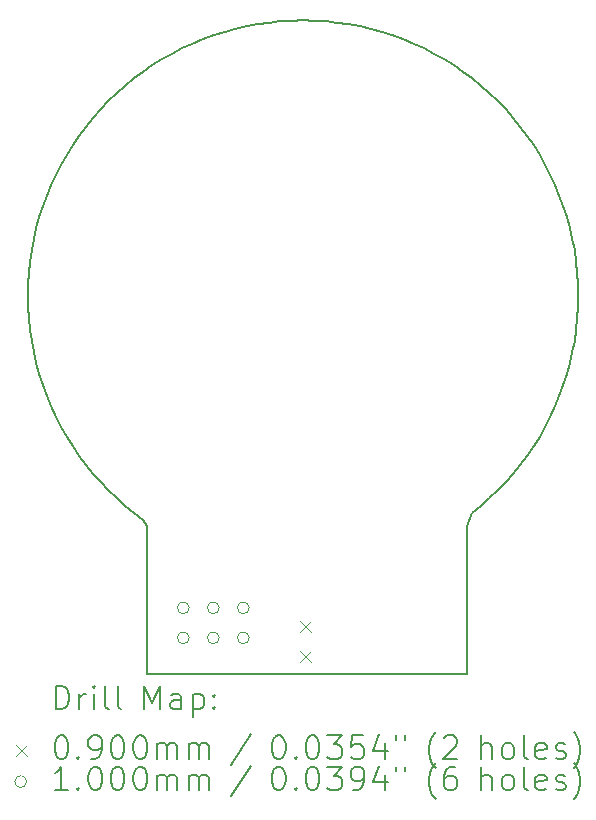
<source format=gbr>
%TF.GenerationSoftware,KiCad,Pcbnew,(6.99.0-2452-gdb4f2d9dd8)*%
%TF.CreationDate,2022-08-02T13:39:33-05:00*%
%TF.ProjectId,RB,52422e6b-6963-4616-945f-706362585858,rev?*%
%TF.SameCoordinates,Original*%
%TF.FileFunction,Drillmap*%
%TF.FilePolarity,Positive*%
%FSLAX45Y45*%
G04 Gerber Fmt 4.5, Leading zero omitted, Abs format (unit mm)*
G04 Created by KiCad (PCBNEW (6.99.0-2452-gdb4f2d9dd8)) date 2022-08-02 13:39:33*
%MOMM*%
%LPD*%
G01*
G04 APERTURE LIST*
%ADD10C,0.200000*%
%ADD11C,0.090000*%
%ADD12C,0.100000*%
G04 APERTURE END LIST*
D10*
X20796315Y-5641493D02*
X20892465Y-5647463D01*
X20988287Y-5657400D01*
X21083616Y-5671289D01*
X21178289Y-5689106D01*
X21272146Y-5710820D01*
X21365025Y-5736394D01*
X21456767Y-5765784D01*
X21547217Y-5798941D01*
X21636219Y-5835807D01*
X21723622Y-5876319D01*
X21809276Y-5920409D01*
X21893035Y-5968001D01*
X21974756Y-6019013D01*
X22054298Y-6073359D01*
X22131527Y-6130946D01*
X22206310Y-6191675D01*
X22278520Y-6255442D01*
X22348032Y-6322140D01*
X22414729Y-6391652D01*
X22478497Y-6463862D01*
X22539226Y-6538645D01*
X22596813Y-6615874D01*
X22651159Y-6695416D01*
X22702171Y-6777137D01*
X22749763Y-6860896D01*
X22793853Y-6946550D01*
X22834365Y-7033953D01*
X22871231Y-7122955D01*
X22904388Y-7213405D01*
X22933778Y-7305147D01*
X22959352Y-7398026D01*
X22981066Y-7491883D01*
X22998882Y-7586556D01*
X23012772Y-7681885D01*
X23022709Y-7777707D01*
X23028679Y-7873857D01*
X23030670Y-7970172D01*
X23028679Y-8066487D01*
X23022709Y-8162637D01*
X23012772Y-8258459D01*
X22998882Y-8353788D01*
X22981066Y-8448461D01*
X22959352Y-8542318D01*
X22933778Y-8635197D01*
X22904388Y-8726939D01*
X22871231Y-8817389D01*
X22834365Y-8906391D01*
X22793853Y-8993794D01*
X22749763Y-9079448D01*
X22702171Y-9163207D01*
X22651159Y-9244928D01*
X22596813Y-9324470D01*
X22539226Y-9401699D01*
X22478497Y-9476482D01*
X22414729Y-9548692D01*
X22348032Y-9618204D01*
X22278520Y-9684902D01*
X22206310Y-9748669D01*
X22131527Y-9809398D01*
X22090000Y-9920000D01*
X22090000Y-11170000D01*
X19380000Y-11170000D01*
X19380000Y-9920000D01*
X19345702Y-9866985D01*
X19268473Y-9809398D01*
X19193690Y-9748669D01*
X19121480Y-9684902D01*
X19051968Y-9618204D01*
X18985271Y-9548692D01*
X18921503Y-9476482D01*
X18860774Y-9401699D01*
X18803187Y-9324470D01*
X18748841Y-9244928D01*
X18697829Y-9163207D01*
X18650237Y-9079448D01*
X18606147Y-8993794D01*
X18565635Y-8906391D01*
X18528769Y-8817389D01*
X18495612Y-8726939D01*
X18466222Y-8635197D01*
X18440648Y-8542318D01*
X18418934Y-8448461D01*
X18401118Y-8353788D01*
X18387228Y-8258459D01*
X18377291Y-8162637D01*
X18371321Y-8066487D01*
X18369330Y-7970172D01*
X18371321Y-7873857D01*
X18377291Y-7777707D01*
X18387228Y-7681885D01*
X18401118Y-7586556D01*
X18418934Y-7491883D01*
X18440648Y-7398026D01*
X18466222Y-7305147D01*
X18495612Y-7213405D01*
X18528769Y-7122955D01*
X18565635Y-7033953D01*
X18606147Y-6946550D01*
X18650237Y-6860896D01*
X18697829Y-6777137D01*
X18748841Y-6695416D01*
X18803187Y-6615874D01*
X18860774Y-6538645D01*
X18921503Y-6463862D01*
X18985271Y-6391652D01*
X19051968Y-6322140D01*
X19121480Y-6255442D01*
X19193690Y-6191675D01*
X19268473Y-6130946D01*
X19345702Y-6073359D01*
X19425244Y-6019013D01*
X19506965Y-5968001D01*
X19590724Y-5920409D01*
X19676378Y-5876319D01*
X19763781Y-5835807D01*
X19852783Y-5798941D01*
X19943233Y-5765784D01*
X20034976Y-5736394D01*
X20127854Y-5710820D01*
X20221711Y-5689106D01*
X20316384Y-5671289D01*
X20411713Y-5657400D01*
X20507535Y-5647463D01*
X20603685Y-5641493D01*
X20700000Y-5639502D01*
X20796315Y-5641493D01*
D11*
X20675000Y-10725000D02*
X20765000Y-10815000D01*
X20765000Y-10725000D02*
X20675000Y-10815000D01*
X20675000Y-10979000D02*
X20765000Y-11069000D01*
X20765000Y-10979000D02*
X20675000Y-11069000D01*
D12*
X19736000Y-10613000D02*
G75*
G03*
X19736000Y-10613000I-50000J0D01*
G01*
X19736000Y-10867000D02*
G75*
G03*
X19736000Y-10867000I-50000J0D01*
G01*
X19990000Y-10613000D02*
G75*
G03*
X19990000Y-10613000I-50000J0D01*
G01*
X19990000Y-10867000D02*
G75*
G03*
X19990000Y-10867000I-50000J0D01*
G01*
X20244000Y-10613000D02*
G75*
G03*
X20244000Y-10613000I-50000J0D01*
G01*
X20244000Y-10867000D02*
G75*
G03*
X20244000Y-10867000I-50000J0D01*
G01*
D10*
X18606949Y-11473476D02*
X18606949Y-11273476D01*
X18606949Y-11273476D02*
X18654568Y-11273476D01*
X18654568Y-11273476D02*
X18683140Y-11283000D01*
X18683140Y-11283000D02*
X18702187Y-11302048D01*
X18702187Y-11302048D02*
X18711711Y-11321095D01*
X18711711Y-11321095D02*
X18721235Y-11359190D01*
X18721235Y-11359190D02*
X18721235Y-11387762D01*
X18721235Y-11387762D02*
X18711711Y-11425857D01*
X18711711Y-11425857D02*
X18702187Y-11444905D01*
X18702187Y-11444905D02*
X18683140Y-11463952D01*
X18683140Y-11463952D02*
X18654568Y-11473476D01*
X18654568Y-11473476D02*
X18606949Y-11473476D01*
X18806949Y-11473476D02*
X18806949Y-11340143D01*
X18806949Y-11378238D02*
X18816473Y-11359190D01*
X18816473Y-11359190D02*
X18825997Y-11349667D01*
X18825997Y-11349667D02*
X18845044Y-11340143D01*
X18845044Y-11340143D02*
X18864092Y-11340143D01*
X18930759Y-11473476D02*
X18930759Y-11340143D01*
X18930759Y-11273476D02*
X18921235Y-11283000D01*
X18921235Y-11283000D02*
X18930759Y-11292524D01*
X18930759Y-11292524D02*
X18940283Y-11283000D01*
X18940283Y-11283000D02*
X18930759Y-11273476D01*
X18930759Y-11273476D02*
X18930759Y-11292524D01*
X19054568Y-11473476D02*
X19035521Y-11463952D01*
X19035521Y-11463952D02*
X19025997Y-11444905D01*
X19025997Y-11444905D02*
X19025997Y-11273476D01*
X19159330Y-11473476D02*
X19140283Y-11463952D01*
X19140283Y-11463952D02*
X19130759Y-11444905D01*
X19130759Y-11444905D02*
X19130759Y-11273476D01*
X19355521Y-11473476D02*
X19355521Y-11273476D01*
X19355521Y-11273476D02*
X19422187Y-11416333D01*
X19422187Y-11416333D02*
X19488854Y-11273476D01*
X19488854Y-11273476D02*
X19488854Y-11473476D01*
X19669806Y-11473476D02*
X19669806Y-11368714D01*
X19669806Y-11368714D02*
X19660283Y-11349667D01*
X19660283Y-11349667D02*
X19641235Y-11340143D01*
X19641235Y-11340143D02*
X19603140Y-11340143D01*
X19603140Y-11340143D02*
X19584092Y-11349667D01*
X19669806Y-11463952D02*
X19650759Y-11473476D01*
X19650759Y-11473476D02*
X19603140Y-11473476D01*
X19603140Y-11473476D02*
X19584092Y-11463952D01*
X19584092Y-11463952D02*
X19574568Y-11444905D01*
X19574568Y-11444905D02*
X19574568Y-11425857D01*
X19574568Y-11425857D02*
X19584092Y-11406809D01*
X19584092Y-11406809D02*
X19603140Y-11397286D01*
X19603140Y-11397286D02*
X19650759Y-11397286D01*
X19650759Y-11397286D02*
X19669806Y-11387762D01*
X19765044Y-11340143D02*
X19765044Y-11540143D01*
X19765044Y-11349667D02*
X19784092Y-11340143D01*
X19784092Y-11340143D02*
X19822187Y-11340143D01*
X19822187Y-11340143D02*
X19841235Y-11349667D01*
X19841235Y-11349667D02*
X19850759Y-11359190D01*
X19850759Y-11359190D02*
X19860283Y-11378238D01*
X19860283Y-11378238D02*
X19860283Y-11435381D01*
X19860283Y-11435381D02*
X19850759Y-11454428D01*
X19850759Y-11454428D02*
X19841235Y-11463952D01*
X19841235Y-11463952D02*
X19822187Y-11473476D01*
X19822187Y-11473476D02*
X19784092Y-11473476D01*
X19784092Y-11473476D02*
X19765044Y-11463952D01*
X19945997Y-11454428D02*
X19955521Y-11463952D01*
X19955521Y-11463952D02*
X19945997Y-11473476D01*
X19945997Y-11473476D02*
X19936473Y-11463952D01*
X19936473Y-11463952D02*
X19945997Y-11454428D01*
X19945997Y-11454428D02*
X19945997Y-11473476D01*
X19945997Y-11349667D02*
X19955521Y-11359190D01*
X19955521Y-11359190D02*
X19945997Y-11368714D01*
X19945997Y-11368714D02*
X19936473Y-11359190D01*
X19936473Y-11359190D02*
X19945997Y-11349667D01*
X19945997Y-11349667D02*
X19945997Y-11368714D01*
D11*
X18269330Y-11775000D02*
X18359330Y-11865000D01*
X18359330Y-11775000D02*
X18269330Y-11865000D01*
D10*
X18645044Y-11693476D02*
X18664092Y-11693476D01*
X18664092Y-11693476D02*
X18683140Y-11703000D01*
X18683140Y-11703000D02*
X18692664Y-11712524D01*
X18692664Y-11712524D02*
X18702187Y-11731571D01*
X18702187Y-11731571D02*
X18711711Y-11769667D01*
X18711711Y-11769667D02*
X18711711Y-11817286D01*
X18711711Y-11817286D02*
X18702187Y-11855381D01*
X18702187Y-11855381D02*
X18692664Y-11874428D01*
X18692664Y-11874428D02*
X18683140Y-11883952D01*
X18683140Y-11883952D02*
X18664092Y-11893476D01*
X18664092Y-11893476D02*
X18645044Y-11893476D01*
X18645044Y-11893476D02*
X18625997Y-11883952D01*
X18625997Y-11883952D02*
X18616473Y-11874428D01*
X18616473Y-11874428D02*
X18606949Y-11855381D01*
X18606949Y-11855381D02*
X18597425Y-11817286D01*
X18597425Y-11817286D02*
X18597425Y-11769667D01*
X18597425Y-11769667D02*
X18606949Y-11731571D01*
X18606949Y-11731571D02*
X18616473Y-11712524D01*
X18616473Y-11712524D02*
X18625997Y-11703000D01*
X18625997Y-11703000D02*
X18645044Y-11693476D01*
X18797425Y-11874428D02*
X18806949Y-11883952D01*
X18806949Y-11883952D02*
X18797425Y-11893476D01*
X18797425Y-11893476D02*
X18787902Y-11883952D01*
X18787902Y-11883952D02*
X18797425Y-11874428D01*
X18797425Y-11874428D02*
X18797425Y-11893476D01*
X18902187Y-11893476D02*
X18940283Y-11893476D01*
X18940283Y-11893476D02*
X18959330Y-11883952D01*
X18959330Y-11883952D02*
X18968854Y-11874428D01*
X18968854Y-11874428D02*
X18987902Y-11845857D01*
X18987902Y-11845857D02*
X18997425Y-11807762D01*
X18997425Y-11807762D02*
X18997425Y-11731571D01*
X18997425Y-11731571D02*
X18987902Y-11712524D01*
X18987902Y-11712524D02*
X18978378Y-11703000D01*
X18978378Y-11703000D02*
X18959330Y-11693476D01*
X18959330Y-11693476D02*
X18921235Y-11693476D01*
X18921235Y-11693476D02*
X18902187Y-11703000D01*
X18902187Y-11703000D02*
X18892664Y-11712524D01*
X18892664Y-11712524D02*
X18883140Y-11731571D01*
X18883140Y-11731571D02*
X18883140Y-11779190D01*
X18883140Y-11779190D02*
X18892664Y-11798238D01*
X18892664Y-11798238D02*
X18902187Y-11807762D01*
X18902187Y-11807762D02*
X18921235Y-11817286D01*
X18921235Y-11817286D02*
X18959330Y-11817286D01*
X18959330Y-11817286D02*
X18978378Y-11807762D01*
X18978378Y-11807762D02*
X18987902Y-11798238D01*
X18987902Y-11798238D02*
X18997425Y-11779190D01*
X19121235Y-11693476D02*
X19140283Y-11693476D01*
X19140283Y-11693476D02*
X19159330Y-11703000D01*
X19159330Y-11703000D02*
X19168854Y-11712524D01*
X19168854Y-11712524D02*
X19178378Y-11731571D01*
X19178378Y-11731571D02*
X19187902Y-11769667D01*
X19187902Y-11769667D02*
X19187902Y-11817286D01*
X19187902Y-11817286D02*
X19178378Y-11855381D01*
X19178378Y-11855381D02*
X19168854Y-11874428D01*
X19168854Y-11874428D02*
X19159330Y-11883952D01*
X19159330Y-11883952D02*
X19140283Y-11893476D01*
X19140283Y-11893476D02*
X19121235Y-11893476D01*
X19121235Y-11893476D02*
X19102187Y-11883952D01*
X19102187Y-11883952D02*
X19092664Y-11874428D01*
X19092664Y-11874428D02*
X19083140Y-11855381D01*
X19083140Y-11855381D02*
X19073616Y-11817286D01*
X19073616Y-11817286D02*
X19073616Y-11769667D01*
X19073616Y-11769667D02*
X19083140Y-11731571D01*
X19083140Y-11731571D02*
X19092664Y-11712524D01*
X19092664Y-11712524D02*
X19102187Y-11703000D01*
X19102187Y-11703000D02*
X19121235Y-11693476D01*
X19311711Y-11693476D02*
X19330759Y-11693476D01*
X19330759Y-11693476D02*
X19349806Y-11703000D01*
X19349806Y-11703000D02*
X19359330Y-11712524D01*
X19359330Y-11712524D02*
X19368854Y-11731571D01*
X19368854Y-11731571D02*
X19378378Y-11769667D01*
X19378378Y-11769667D02*
X19378378Y-11817286D01*
X19378378Y-11817286D02*
X19368854Y-11855381D01*
X19368854Y-11855381D02*
X19359330Y-11874428D01*
X19359330Y-11874428D02*
X19349806Y-11883952D01*
X19349806Y-11883952D02*
X19330759Y-11893476D01*
X19330759Y-11893476D02*
X19311711Y-11893476D01*
X19311711Y-11893476D02*
X19292664Y-11883952D01*
X19292664Y-11883952D02*
X19283140Y-11874428D01*
X19283140Y-11874428D02*
X19273616Y-11855381D01*
X19273616Y-11855381D02*
X19264092Y-11817286D01*
X19264092Y-11817286D02*
X19264092Y-11769667D01*
X19264092Y-11769667D02*
X19273616Y-11731571D01*
X19273616Y-11731571D02*
X19283140Y-11712524D01*
X19283140Y-11712524D02*
X19292664Y-11703000D01*
X19292664Y-11703000D02*
X19311711Y-11693476D01*
X19464092Y-11893476D02*
X19464092Y-11760143D01*
X19464092Y-11779190D02*
X19473616Y-11769667D01*
X19473616Y-11769667D02*
X19492664Y-11760143D01*
X19492664Y-11760143D02*
X19521235Y-11760143D01*
X19521235Y-11760143D02*
X19540283Y-11769667D01*
X19540283Y-11769667D02*
X19549806Y-11788714D01*
X19549806Y-11788714D02*
X19549806Y-11893476D01*
X19549806Y-11788714D02*
X19559330Y-11769667D01*
X19559330Y-11769667D02*
X19578378Y-11760143D01*
X19578378Y-11760143D02*
X19606949Y-11760143D01*
X19606949Y-11760143D02*
X19625997Y-11769667D01*
X19625997Y-11769667D02*
X19635521Y-11788714D01*
X19635521Y-11788714D02*
X19635521Y-11893476D01*
X19730759Y-11893476D02*
X19730759Y-11760143D01*
X19730759Y-11779190D02*
X19740283Y-11769667D01*
X19740283Y-11769667D02*
X19759330Y-11760143D01*
X19759330Y-11760143D02*
X19787902Y-11760143D01*
X19787902Y-11760143D02*
X19806949Y-11769667D01*
X19806949Y-11769667D02*
X19816473Y-11788714D01*
X19816473Y-11788714D02*
X19816473Y-11893476D01*
X19816473Y-11788714D02*
X19825997Y-11769667D01*
X19825997Y-11769667D02*
X19845045Y-11760143D01*
X19845045Y-11760143D02*
X19873616Y-11760143D01*
X19873616Y-11760143D02*
X19892664Y-11769667D01*
X19892664Y-11769667D02*
X19902187Y-11788714D01*
X19902187Y-11788714D02*
X19902187Y-11893476D01*
X20260283Y-11683952D02*
X20088854Y-11941095D01*
X20485045Y-11693476D02*
X20504092Y-11693476D01*
X20504092Y-11693476D02*
X20523140Y-11703000D01*
X20523140Y-11703000D02*
X20532664Y-11712524D01*
X20532664Y-11712524D02*
X20542187Y-11731571D01*
X20542187Y-11731571D02*
X20551711Y-11769667D01*
X20551711Y-11769667D02*
X20551711Y-11817286D01*
X20551711Y-11817286D02*
X20542187Y-11855381D01*
X20542187Y-11855381D02*
X20532664Y-11874428D01*
X20532664Y-11874428D02*
X20523140Y-11883952D01*
X20523140Y-11883952D02*
X20504092Y-11893476D01*
X20504092Y-11893476D02*
X20485045Y-11893476D01*
X20485045Y-11893476D02*
X20465997Y-11883952D01*
X20465997Y-11883952D02*
X20456473Y-11874428D01*
X20456473Y-11874428D02*
X20446949Y-11855381D01*
X20446949Y-11855381D02*
X20437426Y-11817286D01*
X20437426Y-11817286D02*
X20437426Y-11769667D01*
X20437426Y-11769667D02*
X20446949Y-11731571D01*
X20446949Y-11731571D02*
X20456473Y-11712524D01*
X20456473Y-11712524D02*
X20465997Y-11703000D01*
X20465997Y-11703000D02*
X20485045Y-11693476D01*
X20637426Y-11874428D02*
X20646949Y-11883952D01*
X20646949Y-11883952D02*
X20637426Y-11893476D01*
X20637426Y-11893476D02*
X20627902Y-11883952D01*
X20627902Y-11883952D02*
X20637426Y-11874428D01*
X20637426Y-11874428D02*
X20637426Y-11893476D01*
X20770759Y-11693476D02*
X20789807Y-11693476D01*
X20789807Y-11693476D02*
X20808854Y-11703000D01*
X20808854Y-11703000D02*
X20818378Y-11712524D01*
X20818378Y-11712524D02*
X20827902Y-11731571D01*
X20827902Y-11731571D02*
X20837426Y-11769667D01*
X20837426Y-11769667D02*
X20837426Y-11817286D01*
X20837426Y-11817286D02*
X20827902Y-11855381D01*
X20827902Y-11855381D02*
X20818378Y-11874428D01*
X20818378Y-11874428D02*
X20808854Y-11883952D01*
X20808854Y-11883952D02*
X20789807Y-11893476D01*
X20789807Y-11893476D02*
X20770759Y-11893476D01*
X20770759Y-11893476D02*
X20751711Y-11883952D01*
X20751711Y-11883952D02*
X20742187Y-11874428D01*
X20742187Y-11874428D02*
X20732664Y-11855381D01*
X20732664Y-11855381D02*
X20723140Y-11817286D01*
X20723140Y-11817286D02*
X20723140Y-11769667D01*
X20723140Y-11769667D02*
X20732664Y-11731571D01*
X20732664Y-11731571D02*
X20742187Y-11712524D01*
X20742187Y-11712524D02*
X20751711Y-11703000D01*
X20751711Y-11703000D02*
X20770759Y-11693476D01*
X20904092Y-11693476D02*
X21027902Y-11693476D01*
X21027902Y-11693476D02*
X20961235Y-11769667D01*
X20961235Y-11769667D02*
X20989807Y-11769667D01*
X20989807Y-11769667D02*
X21008854Y-11779190D01*
X21008854Y-11779190D02*
X21018378Y-11788714D01*
X21018378Y-11788714D02*
X21027902Y-11807762D01*
X21027902Y-11807762D02*
X21027902Y-11855381D01*
X21027902Y-11855381D02*
X21018378Y-11874428D01*
X21018378Y-11874428D02*
X21008854Y-11883952D01*
X21008854Y-11883952D02*
X20989807Y-11893476D01*
X20989807Y-11893476D02*
X20932664Y-11893476D01*
X20932664Y-11893476D02*
X20913616Y-11883952D01*
X20913616Y-11883952D02*
X20904092Y-11874428D01*
X21208854Y-11693476D02*
X21113616Y-11693476D01*
X21113616Y-11693476D02*
X21104092Y-11788714D01*
X21104092Y-11788714D02*
X21113616Y-11779190D01*
X21113616Y-11779190D02*
X21132664Y-11769667D01*
X21132664Y-11769667D02*
X21180283Y-11769667D01*
X21180283Y-11769667D02*
X21199330Y-11779190D01*
X21199330Y-11779190D02*
X21208854Y-11788714D01*
X21208854Y-11788714D02*
X21218378Y-11807762D01*
X21218378Y-11807762D02*
X21218378Y-11855381D01*
X21218378Y-11855381D02*
X21208854Y-11874428D01*
X21208854Y-11874428D02*
X21199330Y-11883952D01*
X21199330Y-11883952D02*
X21180283Y-11893476D01*
X21180283Y-11893476D02*
X21132664Y-11893476D01*
X21132664Y-11893476D02*
X21113616Y-11883952D01*
X21113616Y-11883952D02*
X21104092Y-11874428D01*
X21389807Y-11760143D02*
X21389807Y-11893476D01*
X21342187Y-11683952D02*
X21294568Y-11826809D01*
X21294568Y-11826809D02*
X21418378Y-11826809D01*
X21485045Y-11693476D02*
X21485045Y-11731571D01*
X21561235Y-11693476D02*
X21561235Y-11731571D01*
X21824092Y-11969667D02*
X21814568Y-11960143D01*
X21814568Y-11960143D02*
X21795521Y-11931571D01*
X21795521Y-11931571D02*
X21785997Y-11912524D01*
X21785997Y-11912524D02*
X21776473Y-11883952D01*
X21776473Y-11883952D02*
X21766949Y-11836333D01*
X21766949Y-11836333D02*
X21766949Y-11798238D01*
X21766949Y-11798238D02*
X21776473Y-11750619D01*
X21776473Y-11750619D02*
X21785997Y-11722048D01*
X21785997Y-11722048D02*
X21795521Y-11703000D01*
X21795521Y-11703000D02*
X21814568Y-11674428D01*
X21814568Y-11674428D02*
X21824092Y-11664905D01*
X21890759Y-11712524D02*
X21900283Y-11703000D01*
X21900283Y-11703000D02*
X21919330Y-11693476D01*
X21919330Y-11693476D02*
X21966949Y-11693476D01*
X21966949Y-11693476D02*
X21985997Y-11703000D01*
X21985997Y-11703000D02*
X21995521Y-11712524D01*
X21995521Y-11712524D02*
X22005045Y-11731571D01*
X22005045Y-11731571D02*
X22005045Y-11750619D01*
X22005045Y-11750619D02*
X21995521Y-11779190D01*
X21995521Y-11779190D02*
X21881235Y-11893476D01*
X21881235Y-11893476D02*
X22005045Y-11893476D01*
X22210759Y-11893476D02*
X22210759Y-11693476D01*
X22296473Y-11893476D02*
X22296473Y-11788714D01*
X22296473Y-11788714D02*
X22286949Y-11769667D01*
X22286949Y-11769667D02*
X22267902Y-11760143D01*
X22267902Y-11760143D02*
X22239330Y-11760143D01*
X22239330Y-11760143D02*
X22220283Y-11769667D01*
X22220283Y-11769667D02*
X22210759Y-11779190D01*
X22420283Y-11893476D02*
X22401235Y-11883952D01*
X22401235Y-11883952D02*
X22391711Y-11874428D01*
X22391711Y-11874428D02*
X22382187Y-11855381D01*
X22382187Y-11855381D02*
X22382187Y-11798238D01*
X22382187Y-11798238D02*
X22391711Y-11779190D01*
X22391711Y-11779190D02*
X22401235Y-11769667D01*
X22401235Y-11769667D02*
X22420283Y-11760143D01*
X22420283Y-11760143D02*
X22448854Y-11760143D01*
X22448854Y-11760143D02*
X22467902Y-11769667D01*
X22467902Y-11769667D02*
X22477426Y-11779190D01*
X22477426Y-11779190D02*
X22486949Y-11798238D01*
X22486949Y-11798238D02*
X22486949Y-11855381D01*
X22486949Y-11855381D02*
X22477426Y-11874428D01*
X22477426Y-11874428D02*
X22467902Y-11883952D01*
X22467902Y-11883952D02*
X22448854Y-11893476D01*
X22448854Y-11893476D02*
X22420283Y-11893476D01*
X22601235Y-11893476D02*
X22582187Y-11883952D01*
X22582187Y-11883952D02*
X22572664Y-11864905D01*
X22572664Y-11864905D02*
X22572664Y-11693476D01*
X22753616Y-11883952D02*
X22734568Y-11893476D01*
X22734568Y-11893476D02*
X22696473Y-11893476D01*
X22696473Y-11893476D02*
X22677426Y-11883952D01*
X22677426Y-11883952D02*
X22667902Y-11864905D01*
X22667902Y-11864905D02*
X22667902Y-11788714D01*
X22667902Y-11788714D02*
X22677426Y-11769667D01*
X22677426Y-11769667D02*
X22696473Y-11760143D01*
X22696473Y-11760143D02*
X22734568Y-11760143D01*
X22734568Y-11760143D02*
X22753616Y-11769667D01*
X22753616Y-11769667D02*
X22763140Y-11788714D01*
X22763140Y-11788714D02*
X22763140Y-11807762D01*
X22763140Y-11807762D02*
X22667902Y-11826809D01*
X22839330Y-11883952D02*
X22858378Y-11893476D01*
X22858378Y-11893476D02*
X22896473Y-11893476D01*
X22896473Y-11893476D02*
X22915521Y-11883952D01*
X22915521Y-11883952D02*
X22925045Y-11864905D01*
X22925045Y-11864905D02*
X22925045Y-11855381D01*
X22925045Y-11855381D02*
X22915521Y-11836333D01*
X22915521Y-11836333D02*
X22896473Y-11826809D01*
X22896473Y-11826809D02*
X22867902Y-11826809D01*
X22867902Y-11826809D02*
X22848854Y-11817286D01*
X22848854Y-11817286D02*
X22839330Y-11798238D01*
X22839330Y-11798238D02*
X22839330Y-11788714D01*
X22839330Y-11788714D02*
X22848854Y-11769667D01*
X22848854Y-11769667D02*
X22867902Y-11760143D01*
X22867902Y-11760143D02*
X22896473Y-11760143D01*
X22896473Y-11760143D02*
X22915521Y-11769667D01*
X22991711Y-11969667D02*
X23001235Y-11960143D01*
X23001235Y-11960143D02*
X23020283Y-11931571D01*
X23020283Y-11931571D02*
X23029807Y-11912524D01*
X23029807Y-11912524D02*
X23039330Y-11883952D01*
X23039330Y-11883952D02*
X23048854Y-11836333D01*
X23048854Y-11836333D02*
X23048854Y-11798238D01*
X23048854Y-11798238D02*
X23039330Y-11750619D01*
X23039330Y-11750619D02*
X23029807Y-11722048D01*
X23029807Y-11722048D02*
X23020283Y-11703000D01*
X23020283Y-11703000D02*
X23001235Y-11674428D01*
X23001235Y-11674428D02*
X22991711Y-11664905D01*
D12*
X18359330Y-12084000D02*
G75*
G03*
X18359330Y-12084000I-50000J0D01*
G01*
D10*
X18711711Y-12157476D02*
X18597425Y-12157476D01*
X18654568Y-12157476D02*
X18654568Y-11957476D01*
X18654568Y-11957476D02*
X18635521Y-11986048D01*
X18635521Y-11986048D02*
X18616473Y-12005095D01*
X18616473Y-12005095D02*
X18597425Y-12014619D01*
X18797425Y-12138428D02*
X18806949Y-12147952D01*
X18806949Y-12147952D02*
X18797425Y-12157476D01*
X18797425Y-12157476D02*
X18787902Y-12147952D01*
X18787902Y-12147952D02*
X18797425Y-12138428D01*
X18797425Y-12138428D02*
X18797425Y-12157476D01*
X18930759Y-11957476D02*
X18949806Y-11957476D01*
X18949806Y-11957476D02*
X18968854Y-11967000D01*
X18968854Y-11967000D02*
X18978378Y-11976524D01*
X18978378Y-11976524D02*
X18987902Y-11995571D01*
X18987902Y-11995571D02*
X18997425Y-12033667D01*
X18997425Y-12033667D02*
X18997425Y-12081286D01*
X18997425Y-12081286D02*
X18987902Y-12119381D01*
X18987902Y-12119381D02*
X18978378Y-12138428D01*
X18978378Y-12138428D02*
X18968854Y-12147952D01*
X18968854Y-12147952D02*
X18949806Y-12157476D01*
X18949806Y-12157476D02*
X18930759Y-12157476D01*
X18930759Y-12157476D02*
X18911711Y-12147952D01*
X18911711Y-12147952D02*
X18902187Y-12138428D01*
X18902187Y-12138428D02*
X18892664Y-12119381D01*
X18892664Y-12119381D02*
X18883140Y-12081286D01*
X18883140Y-12081286D02*
X18883140Y-12033667D01*
X18883140Y-12033667D02*
X18892664Y-11995571D01*
X18892664Y-11995571D02*
X18902187Y-11976524D01*
X18902187Y-11976524D02*
X18911711Y-11967000D01*
X18911711Y-11967000D02*
X18930759Y-11957476D01*
X19121235Y-11957476D02*
X19140283Y-11957476D01*
X19140283Y-11957476D02*
X19159330Y-11967000D01*
X19159330Y-11967000D02*
X19168854Y-11976524D01*
X19168854Y-11976524D02*
X19178378Y-11995571D01*
X19178378Y-11995571D02*
X19187902Y-12033667D01*
X19187902Y-12033667D02*
X19187902Y-12081286D01*
X19187902Y-12081286D02*
X19178378Y-12119381D01*
X19178378Y-12119381D02*
X19168854Y-12138428D01*
X19168854Y-12138428D02*
X19159330Y-12147952D01*
X19159330Y-12147952D02*
X19140283Y-12157476D01*
X19140283Y-12157476D02*
X19121235Y-12157476D01*
X19121235Y-12157476D02*
X19102187Y-12147952D01*
X19102187Y-12147952D02*
X19092664Y-12138428D01*
X19092664Y-12138428D02*
X19083140Y-12119381D01*
X19083140Y-12119381D02*
X19073616Y-12081286D01*
X19073616Y-12081286D02*
X19073616Y-12033667D01*
X19073616Y-12033667D02*
X19083140Y-11995571D01*
X19083140Y-11995571D02*
X19092664Y-11976524D01*
X19092664Y-11976524D02*
X19102187Y-11967000D01*
X19102187Y-11967000D02*
X19121235Y-11957476D01*
X19311711Y-11957476D02*
X19330759Y-11957476D01*
X19330759Y-11957476D02*
X19349806Y-11967000D01*
X19349806Y-11967000D02*
X19359330Y-11976524D01*
X19359330Y-11976524D02*
X19368854Y-11995571D01*
X19368854Y-11995571D02*
X19378378Y-12033667D01*
X19378378Y-12033667D02*
X19378378Y-12081286D01*
X19378378Y-12081286D02*
X19368854Y-12119381D01*
X19368854Y-12119381D02*
X19359330Y-12138428D01*
X19359330Y-12138428D02*
X19349806Y-12147952D01*
X19349806Y-12147952D02*
X19330759Y-12157476D01*
X19330759Y-12157476D02*
X19311711Y-12157476D01*
X19311711Y-12157476D02*
X19292664Y-12147952D01*
X19292664Y-12147952D02*
X19283140Y-12138428D01*
X19283140Y-12138428D02*
X19273616Y-12119381D01*
X19273616Y-12119381D02*
X19264092Y-12081286D01*
X19264092Y-12081286D02*
X19264092Y-12033667D01*
X19264092Y-12033667D02*
X19273616Y-11995571D01*
X19273616Y-11995571D02*
X19283140Y-11976524D01*
X19283140Y-11976524D02*
X19292664Y-11967000D01*
X19292664Y-11967000D02*
X19311711Y-11957476D01*
X19464092Y-12157476D02*
X19464092Y-12024143D01*
X19464092Y-12043190D02*
X19473616Y-12033667D01*
X19473616Y-12033667D02*
X19492664Y-12024143D01*
X19492664Y-12024143D02*
X19521235Y-12024143D01*
X19521235Y-12024143D02*
X19540283Y-12033667D01*
X19540283Y-12033667D02*
X19549806Y-12052714D01*
X19549806Y-12052714D02*
X19549806Y-12157476D01*
X19549806Y-12052714D02*
X19559330Y-12033667D01*
X19559330Y-12033667D02*
X19578378Y-12024143D01*
X19578378Y-12024143D02*
X19606949Y-12024143D01*
X19606949Y-12024143D02*
X19625997Y-12033667D01*
X19625997Y-12033667D02*
X19635521Y-12052714D01*
X19635521Y-12052714D02*
X19635521Y-12157476D01*
X19730759Y-12157476D02*
X19730759Y-12024143D01*
X19730759Y-12043190D02*
X19740283Y-12033667D01*
X19740283Y-12033667D02*
X19759330Y-12024143D01*
X19759330Y-12024143D02*
X19787902Y-12024143D01*
X19787902Y-12024143D02*
X19806949Y-12033667D01*
X19806949Y-12033667D02*
X19816473Y-12052714D01*
X19816473Y-12052714D02*
X19816473Y-12157476D01*
X19816473Y-12052714D02*
X19825997Y-12033667D01*
X19825997Y-12033667D02*
X19845045Y-12024143D01*
X19845045Y-12024143D02*
X19873616Y-12024143D01*
X19873616Y-12024143D02*
X19892664Y-12033667D01*
X19892664Y-12033667D02*
X19902187Y-12052714D01*
X19902187Y-12052714D02*
X19902187Y-12157476D01*
X20260283Y-11947952D02*
X20088854Y-12205095D01*
X20485045Y-11957476D02*
X20504092Y-11957476D01*
X20504092Y-11957476D02*
X20523140Y-11967000D01*
X20523140Y-11967000D02*
X20532664Y-11976524D01*
X20532664Y-11976524D02*
X20542187Y-11995571D01*
X20542187Y-11995571D02*
X20551711Y-12033667D01*
X20551711Y-12033667D02*
X20551711Y-12081286D01*
X20551711Y-12081286D02*
X20542187Y-12119381D01*
X20542187Y-12119381D02*
X20532664Y-12138428D01*
X20532664Y-12138428D02*
X20523140Y-12147952D01*
X20523140Y-12147952D02*
X20504092Y-12157476D01*
X20504092Y-12157476D02*
X20485045Y-12157476D01*
X20485045Y-12157476D02*
X20465997Y-12147952D01*
X20465997Y-12147952D02*
X20456473Y-12138428D01*
X20456473Y-12138428D02*
X20446949Y-12119381D01*
X20446949Y-12119381D02*
X20437426Y-12081286D01*
X20437426Y-12081286D02*
X20437426Y-12033667D01*
X20437426Y-12033667D02*
X20446949Y-11995571D01*
X20446949Y-11995571D02*
X20456473Y-11976524D01*
X20456473Y-11976524D02*
X20465997Y-11967000D01*
X20465997Y-11967000D02*
X20485045Y-11957476D01*
X20637426Y-12138428D02*
X20646949Y-12147952D01*
X20646949Y-12147952D02*
X20637426Y-12157476D01*
X20637426Y-12157476D02*
X20627902Y-12147952D01*
X20627902Y-12147952D02*
X20637426Y-12138428D01*
X20637426Y-12138428D02*
X20637426Y-12157476D01*
X20770759Y-11957476D02*
X20789807Y-11957476D01*
X20789807Y-11957476D02*
X20808854Y-11967000D01*
X20808854Y-11967000D02*
X20818378Y-11976524D01*
X20818378Y-11976524D02*
X20827902Y-11995571D01*
X20827902Y-11995571D02*
X20837426Y-12033667D01*
X20837426Y-12033667D02*
X20837426Y-12081286D01*
X20837426Y-12081286D02*
X20827902Y-12119381D01*
X20827902Y-12119381D02*
X20818378Y-12138428D01*
X20818378Y-12138428D02*
X20808854Y-12147952D01*
X20808854Y-12147952D02*
X20789807Y-12157476D01*
X20789807Y-12157476D02*
X20770759Y-12157476D01*
X20770759Y-12157476D02*
X20751711Y-12147952D01*
X20751711Y-12147952D02*
X20742187Y-12138428D01*
X20742187Y-12138428D02*
X20732664Y-12119381D01*
X20732664Y-12119381D02*
X20723140Y-12081286D01*
X20723140Y-12081286D02*
X20723140Y-12033667D01*
X20723140Y-12033667D02*
X20732664Y-11995571D01*
X20732664Y-11995571D02*
X20742187Y-11976524D01*
X20742187Y-11976524D02*
X20751711Y-11967000D01*
X20751711Y-11967000D02*
X20770759Y-11957476D01*
X20904092Y-11957476D02*
X21027902Y-11957476D01*
X21027902Y-11957476D02*
X20961235Y-12033667D01*
X20961235Y-12033667D02*
X20989807Y-12033667D01*
X20989807Y-12033667D02*
X21008854Y-12043190D01*
X21008854Y-12043190D02*
X21018378Y-12052714D01*
X21018378Y-12052714D02*
X21027902Y-12071762D01*
X21027902Y-12071762D02*
X21027902Y-12119381D01*
X21027902Y-12119381D02*
X21018378Y-12138428D01*
X21018378Y-12138428D02*
X21008854Y-12147952D01*
X21008854Y-12147952D02*
X20989807Y-12157476D01*
X20989807Y-12157476D02*
X20932664Y-12157476D01*
X20932664Y-12157476D02*
X20913616Y-12147952D01*
X20913616Y-12147952D02*
X20904092Y-12138428D01*
X21123140Y-12157476D02*
X21161235Y-12157476D01*
X21161235Y-12157476D02*
X21180283Y-12147952D01*
X21180283Y-12147952D02*
X21189807Y-12138428D01*
X21189807Y-12138428D02*
X21208854Y-12109857D01*
X21208854Y-12109857D02*
X21218378Y-12071762D01*
X21218378Y-12071762D02*
X21218378Y-11995571D01*
X21218378Y-11995571D02*
X21208854Y-11976524D01*
X21208854Y-11976524D02*
X21199330Y-11967000D01*
X21199330Y-11967000D02*
X21180283Y-11957476D01*
X21180283Y-11957476D02*
X21142187Y-11957476D01*
X21142187Y-11957476D02*
X21123140Y-11967000D01*
X21123140Y-11967000D02*
X21113616Y-11976524D01*
X21113616Y-11976524D02*
X21104092Y-11995571D01*
X21104092Y-11995571D02*
X21104092Y-12043190D01*
X21104092Y-12043190D02*
X21113616Y-12062238D01*
X21113616Y-12062238D02*
X21123140Y-12071762D01*
X21123140Y-12071762D02*
X21142187Y-12081286D01*
X21142187Y-12081286D02*
X21180283Y-12081286D01*
X21180283Y-12081286D02*
X21199330Y-12071762D01*
X21199330Y-12071762D02*
X21208854Y-12062238D01*
X21208854Y-12062238D02*
X21218378Y-12043190D01*
X21389807Y-12024143D02*
X21389807Y-12157476D01*
X21342187Y-11947952D02*
X21294568Y-12090809D01*
X21294568Y-12090809D02*
X21418378Y-12090809D01*
X21485045Y-11957476D02*
X21485045Y-11995571D01*
X21561235Y-11957476D02*
X21561235Y-11995571D01*
X21824092Y-12233667D02*
X21814568Y-12224143D01*
X21814568Y-12224143D02*
X21795521Y-12195571D01*
X21795521Y-12195571D02*
X21785997Y-12176524D01*
X21785997Y-12176524D02*
X21776473Y-12147952D01*
X21776473Y-12147952D02*
X21766949Y-12100333D01*
X21766949Y-12100333D02*
X21766949Y-12062238D01*
X21766949Y-12062238D02*
X21776473Y-12014619D01*
X21776473Y-12014619D02*
X21785997Y-11986048D01*
X21785997Y-11986048D02*
X21795521Y-11967000D01*
X21795521Y-11967000D02*
X21814568Y-11938428D01*
X21814568Y-11938428D02*
X21824092Y-11928905D01*
X21985997Y-11957476D02*
X21947902Y-11957476D01*
X21947902Y-11957476D02*
X21928854Y-11967000D01*
X21928854Y-11967000D02*
X21919330Y-11976524D01*
X21919330Y-11976524D02*
X21900283Y-12005095D01*
X21900283Y-12005095D02*
X21890759Y-12043190D01*
X21890759Y-12043190D02*
X21890759Y-12119381D01*
X21890759Y-12119381D02*
X21900283Y-12138428D01*
X21900283Y-12138428D02*
X21909807Y-12147952D01*
X21909807Y-12147952D02*
X21928854Y-12157476D01*
X21928854Y-12157476D02*
X21966949Y-12157476D01*
X21966949Y-12157476D02*
X21985997Y-12147952D01*
X21985997Y-12147952D02*
X21995521Y-12138428D01*
X21995521Y-12138428D02*
X22005045Y-12119381D01*
X22005045Y-12119381D02*
X22005045Y-12071762D01*
X22005045Y-12071762D02*
X21995521Y-12052714D01*
X21995521Y-12052714D02*
X21985997Y-12043190D01*
X21985997Y-12043190D02*
X21966949Y-12033667D01*
X21966949Y-12033667D02*
X21928854Y-12033667D01*
X21928854Y-12033667D02*
X21909807Y-12043190D01*
X21909807Y-12043190D02*
X21900283Y-12052714D01*
X21900283Y-12052714D02*
X21890759Y-12071762D01*
X22210759Y-12157476D02*
X22210759Y-11957476D01*
X22296473Y-12157476D02*
X22296473Y-12052714D01*
X22296473Y-12052714D02*
X22286949Y-12033667D01*
X22286949Y-12033667D02*
X22267902Y-12024143D01*
X22267902Y-12024143D02*
X22239330Y-12024143D01*
X22239330Y-12024143D02*
X22220283Y-12033667D01*
X22220283Y-12033667D02*
X22210759Y-12043190D01*
X22420283Y-12157476D02*
X22401235Y-12147952D01*
X22401235Y-12147952D02*
X22391711Y-12138428D01*
X22391711Y-12138428D02*
X22382187Y-12119381D01*
X22382187Y-12119381D02*
X22382187Y-12062238D01*
X22382187Y-12062238D02*
X22391711Y-12043190D01*
X22391711Y-12043190D02*
X22401235Y-12033667D01*
X22401235Y-12033667D02*
X22420283Y-12024143D01*
X22420283Y-12024143D02*
X22448854Y-12024143D01*
X22448854Y-12024143D02*
X22467902Y-12033667D01*
X22467902Y-12033667D02*
X22477426Y-12043190D01*
X22477426Y-12043190D02*
X22486949Y-12062238D01*
X22486949Y-12062238D02*
X22486949Y-12119381D01*
X22486949Y-12119381D02*
X22477426Y-12138428D01*
X22477426Y-12138428D02*
X22467902Y-12147952D01*
X22467902Y-12147952D02*
X22448854Y-12157476D01*
X22448854Y-12157476D02*
X22420283Y-12157476D01*
X22601235Y-12157476D02*
X22582187Y-12147952D01*
X22582187Y-12147952D02*
X22572664Y-12128905D01*
X22572664Y-12128905D02*
X22572664Y-11957476D01*
X22753616Y-12147952D02*
X22734568Y-12157476D01*
X22734568Y-12157476D02*
X22696473Y-12157476D01*
X22696473Y-12157476D02*
X22677426Y-12147952D01*
X22677426Y-12147952D02*
X22667902Y-12128905D01*
X22667902Y-12128905D02*
X22667902Y-12052714D01*
X22667902Y-12052714D02*
X22677426Y-12033667D01*
X22677426Y-12033667D02*
X22696473Y-12024143D01*
X22696473Y-12024143D02*
X22734568Y-12024143D01*
X22734568Y-12024143D02*
X22753616Y-12033667D01*
X22753616Y-12033667D02*
X22763140Y-12052714D01*
X22763140Y-12052714D02*
X22763140Y-12071762D01*
X22763140Y-12071762D02*
X22667902Y-12090809D01*
X22839330Y-12147952D02*
X22858378Y-12157476D01*
X22858378Y-12157476D02*
X22896473Y-12157476D01*
X22896473Y-12157476D02*
X22915521Y-12147952D01*
X22915521Y-12147952D02*
X22925045Y-12128905D01*
X22925045Y-12128905D02*
X22925045Y-12119381D01*
X22925045Y-12119381D02*
X22915521Y-12100333D01*
X22915521Y-12100333D02*
X22896473Y-12090809D01*
X22896473Y-12090809D02*
X22867902Y-12090809D01*
X22867902Y-12090809D02*
X22848854Y-12081286D01*
X22848854Y-12081286D02*
X22839330Y-12062238D01*
X22839330Y-12062238D02*
X22839330Y-12052714D01*
X22839330Y-12052714D02*
X22848854Y-12033667D01*
X22848854Y-12033667D02*
X22867902Y-12024143D01*
X22867902Y-12024143D02*
X22896473Y-12024143D01*
X22896473Y-12024143D02*
X22915521Y-12033667D01*
X22991711Y-12233667D02*
X23001235Y-12224143D01*
X23001235Y-12224143D02*
X23020283Y-12195571D01*
X23020283Y-12195571D02*
X23029807Y-12176524D01*
X23029807Y-12176524D02*
X23039330Y-12147952D01*
X23039330Y-12147952D02*
X23048854Y-12100333D01*
X23048854Y-12100333D02*
X23048854Y-12062238D01*
X23048854Y-12062238D02*
X23039330Y-12014619D01*
X23039330Y-12014619D02*
X23029807Y-11986048D01*
X23029807Y-11986048D02*
X23020283Y-11967000D01*
X23020283Y-11967000D02*
X23001235Y-11938428D01*
X23001235Y-11938428D02*
X22991711Y-11928905D01*
M02*

</source>
